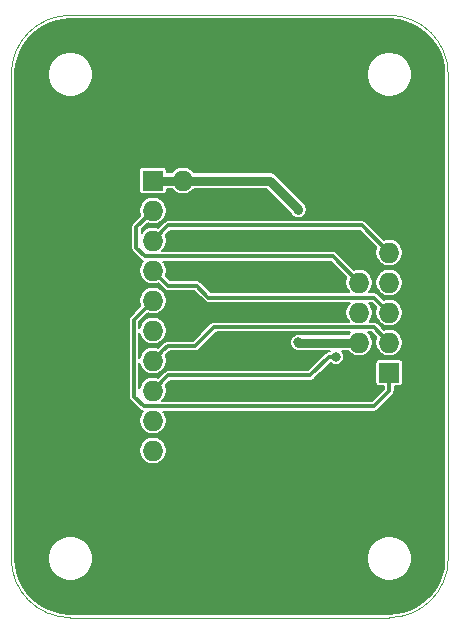
<source format=gbr>
G04 #@! TF.GenerationSoftware,KiCad,Pcbnew,5.1.5-52549c5~84~ubuntu19.10.1*
G04 #@! TF.CreationDate,2020-03-01T16:09:57+02:00*
G04 #@! TF.ProjectId,ARM-JTAG-TC2050-AVR,41524d2d-4a54-4414-972d-544332303530,v1.0*
G04 #@! TF.SameCoordinates,Original*
G04 #@! TF.FileFunction,Copper,L1,Top*
G04 #@! TF.FilePolarity,Positive*
%FSLAX46Y46*%
G04 Gerber Fmt 4.6, Leading zero omitted, Abs format (unit mm)*
G04 Created by KiCad (PCBNEW 5.1.5-52549c5~84~ubuntu19.10.1) date 2020-03-01 16:09:57*
%MOMM*%
%LPD*%
G04 APERTURE LIST*
%ADD10C,0.050000*%
%ADD11O,1.727200X1.727200*%
%ADD12R,1.727200X1.727200*%
%ADD13C,0.800000*%
%ADD14C,0.300000*%
%ADD15C,0.800000*%
%ADD16C,0.200000*%
G04 APERTURE END LIST*
D10*
X82000000Y-50000000D02*
G75*
G02X87000000Y-55000000I0J-5000000D01*
G01*
X87000000Y-96000000D02*
G75*
G02X82000000Y-101000000I-5000000J0D01*
G01*
X55000000Y-101000000D02*
G75*
G02X50000000Y-96000000I0J5000000D01*
G01*
X50000000Y-55000000D02*
G75*
G02X55000000Y-50000000I5000000J0D01*
G01*
X55000000Y-50000000D02*
X82000000Y-50000000D01*
X87000000Y-55000000D02*
X87000000Y-96000000D01*
X55000000Y-101000000D02*
X82000000Y-101000000D01*
X50000000Y-55000000D02*
X50000000Y-96000000D01*
D11*
X79460000Y-70100000D03*
X82000000Y-70100000D03*
X79460000Y-72640000D03*
X82000000Y-72640000D03*
X79460000Y-75180000D03*
X82000000Y-75180000D03*
X79460000Y-77720000D03*
X82000000Y-77720000D03*
X79460000Y-80260000D03*
D12*
X82000000Y-80260000D03*
D11*
X64540000Y-86860000D03*
X62000000Y-86860000D03*
X64540000Y-84320000D03*
X62000000Y-84320000D03*
X64540000Y-81780000D03*
X62000000Y-81780000D03*
X64540000Y-79240000D03*
X62000000Y-79240000D03*
X64540000Y-76700000D03*
X62000000Y-76700000D03*
X64540000Y-74160000D03*
X62000000Y-74160000D03*
X64540000Y-71620000D03*
X62000000Y-71620000D03*
X64540000Y-69080000D03*
X62000000Y-69080000D03*
X64540000Y-66540000D03*
X62000000Y-66540000D03*
X64540000Y-64000000D03*
D12*
X62000000Y-64000000D03*
D13*
X63600000Y-56500000D03*
X72400000Y-72000000D03*
X71900000Y-78300000D03*
X73900000Y-81700000D03*
X72100000Y-85900000D03*
X71700000Y-69000000D03*
X70600000Y-66100000D03*
X81800000Y-61700000D03*
X81400000Y-88600000D03*
X70900000Y-95400000D03*
X55600000Y-89300000D03*
X55800000Y-76600000D03*
X73400000Y-55600000D03*
X52900000Y-60700000D03*
X62800000Y-98900000D03*
X77500000Y-78900000D03*
X74300000Y-77700000D03*
X74300000Y-66500000D03*
D14*
X63280000Y-80500000D02*
X62863599Y-80916401D01*
X75334315Y-80500000D02*
X63280000Y-80500000D01*
X62863599Y-80916401D02*
X62000000Y-81780000D01*
X77500000Y-78900000D02*
X76934315Y-78900000D01*
X76934315Y-78900000D02*
X75334315Y-80500000D01*
X62863599Y-78376401D02*
X62000000Y-79240000D01*
X80680000Y-76400000D02*
X67200000Y-76400000D01*
X67200000Y-76400000D02*
X65600000Y-78000000D01*
X82000000Y-77720000D02*
X80680000Y-76400000D01*
X65600000Y-78000000D02*
X63240000Y-78000000D01*
X63240000Y-78000000D02*
X62863599Y-78376401D01*
X61136401Y-75023599D02*
X62000000Y-74160000D01*
X82000000Y-81800000D02*
X80700000Y-83100000D01*
X61200000Y-83100000D02*
X60400000Y-82300000D01*
X82000000Y-80260000D02*
X82000000Y-81800000D01*
X80700000Y-83100000D02*
X61200000Y-83100000D01*
X60400000Y-75760000D02*
X61136401Y-75023599D01*
X60400000Y-82300000D02*
X60400000Y-75760000D01*
X62863599Y-72483599D02*
X62000000Y-71620000D01*
X80720000Y-73900000D02*
X66700000Y-73900000D01*
X82000000Y-75180000D02*
X80720000Y-73900000D01*
X66700000Y-73900000D02*
X65700000Y-72900000D01*
X63280000Y-72900000D02*
X62863599Y-72483599D01*
X65700000Y-72900000D02*
X63280000Y-72900000D01*
X63280000Y-67800000D02*
X62863599Y-68216401D01*
X62863599Y-68216401D02*
X62000000Y-69080000D01*
X82000000Y-70100000D02*
X79700000Y-67800000D01*
X79700000Y-67800000D02*
X63280000Y-67800000D01*
X60600000Y-67940000D02*
X62000000Y-66540000D01*
X60600000Y-69700000D02*
X60600000Y-67940000D01*
X61300000Y-70400000D02*
X60600000Y-69700000D01*
X79460000Y-72640000D02*
X77220000Y-70400000D01*
X77220000Y-70400000D02*
X61300000Y-70400000D01*
D15*
X62000000Y-64000000D02*
X64540000Y-64000000D01*
X79460000Y-77720000D02*
X74320000Y-77720000D01*
X74320000Y-77720000D02*
X74300000Y-77700000D01*
X71900000Y-64000000D02*
X64540000Y-64000000D01*
X74300000Y-66500000D02*
X74300000Y-66400000D01*
X74300000Y-66400000D02*
X71900000Y-64000000D01*
D16*
G36*
X82827641Y-50400156D02*
G01*
X83629125Y-50619418D01*
X84379110Y-50977142D01*
X85053896Y-51462025D01*
X85632155Y-52058741D01*
X86095602Y-52748425D01*
X86429593Y-53509276D01*
X86624171Y-54319751D01*
X86675000Y-55011914D01*
X86675001Y-95985519D01*
X86599843Y-96827643D01*
X86380582Y-97629125D01*
X86022858Y-98379110D01*
X85537975Y-99053896D01*
X84941259Y-99632155D01*
X84251576Y-100095601D01*
X83490723Y-100429593D01*
X82680249Y-100624171D01*
X81988086Y-100675000D01*
X55014469Y-100675000D01*
X54172357Y-100599843D01*
X53370875Y-100380582D01*
X52620890Y-100022858D01*
X51946104Y-99537975D01*
X51367845Y-98941259D01*
X50904399Y-98251576D01*
X50570407Y-97490723D01*
X50375829Y-96680249D01*
X50325000Y-95988086D01*
X50325000Y-95812866D01*
X53100000Y-95812866D01*
X53100000Y-96187134D01*
X53173016Y-96554209D01*
X53316242Y-96899987D01*
X53524174Y-97211179D01*
X53788821Y-97475826D01*
X54100013Y-97683758D01*
X54445791Y-97826984D01*
X54812866Y-97900000D01*
X55187134Y-97900000D01*
X55554209Y-97826984D01*
X55899987Y-97683758D01*
X56211179Y-97475826D01*
X56475826Y-97211179D01*
X56683758Y-96899987D01*
X56826984Y-96554209D01*
X56900000Y-96187134D01*
X56900000Y-95812866D01*
X80100000Y-95812866D01*
X80100000Y-96187134D01*
X80173016Y-96554209D01*
X80316242Y-96899987D01*
X80524174Y-97211179D01*
X80788821Y-97475826D01*
X81100013Y-97683758D01*
X81445791Y-97826984D01*
X81812866Y-97900000D01*
X82187134Y-97900000D01*
X82554209Y-97826984D01*
X82899987Y-97683758D01*
X83211179Y-97475826D01*
X83475826Y-97211179D01*
X83683758Y-96899987D01*
X83826984Y-96554209D01*
X83900000Y-96187134D01*
X83900000Y-95812866D01*
X83826984Y-95445791D01*
X83683758Y-95100013D01*
X83475826Y-94788821D01*
X83211179Y-94524174D01*
X82899987Y-94316242D01*
X82554209Y-94173016D01*
X82187134Y-94100000D01*
X81812866Y-94100000D01*
X81445791Y-94173016D01*
X81100013Y-94316242D01*
X80788821Y-94524174D01*
X80524174Y-94788821D01*
X80316242Y-95100013D01*
X80173016Y-95445791D01*
X80100000Y-95812866D01*
X56900000Y-95812866D01*
X56826984Y-95445791D01*
X56683758Y-95100013D01*
X56475826Y-94788821D01*
X56211179Y-94524174D01*
X55899987Y-94316242D01*
X55554209Y-94173016D01*
X55187134Y-94100000D01*
X54812866Y-94100000D01*
X54445791Y-94173016D01*
X54100013Y-94316242D01*
X53788821Y-94524174D01*
X53524174Y-94788821D01*
X53316242Y-95100013D01*
X53173016Y-95445791D01*
X53100000Y-95812866D01*
X50325000Y-95812866D01*
X50325000Y-86745395D01*
X60836400Y-86745395D01*
X60836400Y-86974605D01*
X60881117Y-87199410D01*
X60968831Y-87411171D01*
X61096173Y-87601752D01*
X61258248Y-87763827D01*
X61448829Y-87891169D01*
X61660590Y-87978883D01*
X61885395Y-88023600D01*
X62114605Y-88023600D01*
X62339410Y-87978883D01*
X62551171Y-87891169D01*
X62741752Y-87763827D01*
X62903827Y-87601752D01*
X63031169Y-87411171D01*
X63118883Y-87199410D01*
X63163600Y-86974605D01*
X63163600Y-86745395D01*
X63118883Y-86520590D01*
X63031169Y-86308829D01*
X62903827Y-86118248D01*
X62741752Y-85956173D01*
X62551171Y-85828831D01*
X62339410Y-85741117D01*
X62114605Y-85696400D01*
X61885395Y-85696400D01*
X61660590Y-85741117D01*
X61448829Y-85828831D01*
X61258248Y-85956173D01*
X61096173Y-86118248D01*
X60968831Y-86308829D01*
X60881117Y-86520590D01*
X60836400Y-86745395D01*
X50325000Y-86745395D01*
X50325000Y-75760000D01*
X59947824Y-75760000D01*
X59950001Y-75782104D01*
X59950000Y-82277906D01*
X59947824Y-82300000D01*
X59950000Y-82322094D01*
X59950000Y-82322104D01*
X59956511Y-82388214D01*
X59982243Y-82473040D01*
X60024029Y-82551216D01*
X60066172Y-82602567D01*
X60080263Y-82619737D01*
X60097433Y-82633829D01*
X60866176Y-83402572D01*
X60880263Y-83419737D01*
X60897428Y-83433824D01*
X60897432Y-83433828D01*
X60948783Y-83475971D01*
X61026959Y-83517757D01*
X61111785Y-83543489D01*
X61129215Y-83545206D01*
X61096173Y-83578248D01*
X60968831Y-83768829D01*
X60881117Y-83980590D01*
X60836400Y-84205395D01*
X60836400Y-84434605D01*
X60881117Y-84659410D01*
X60968831Y-84871171D01*
X61096173Y-85061752D01*
X61258248Y-85223827D01*
X61448829Y-85351169D01*
X61660590Y-85438883D01*
X61885395Y-85483600D01*
X62114605Y-85483600D01*
X62339410Y-85438883D01*
X62551171Y-85351169D01*
X62741752Y-85223827D01*
X62903827Y-85061752D01*
X63031169Y-84871171D01*
X63118883Y-84659410D01*
X63163600Y-84434605D01*
X63163600Y-84205395D01*
X63118883Y-83980590D01*
X63031169Y-83768829D01*
X62903827Y-83578248D01*
X62875579Y-83550000D01*
X80677906Y-83550000D01*
X80700000Y-83552176D01*
X80722094Y-83550000D01*
X80722105Y-83550000D01*
X80788215Y-83543489D01*
X80873041Y-83517757D01*
X80951216Y-83475971D01*
X81019737Y-83419737D01*
X81033829Y-83402566D01*
X82302572Y-82133824D01*
X82319737Y-82119737D01*
X82333824Y-82102572D01*
X82333828Y-82102568D01*
X82375971Y-82051217D01*
X82417757Y-81973041D01*
X82423824Y-81953040D01*
X82443489Y-81888215D01*
X82450000Y-81822105D01*
X82450000Y-81822094D01*
X82452176Y-81800000D01*
X82450000Y-81777906D01*
X82450000Y-81425051D01*
X82863600Y-81425051D01*
X82922410Y-81419259D01*
X82978960Y-81402104D01*
X83031077Y-81374247D01*
X83076758Y-81336758D01*
X83114247Y-81291077D01*
X83142104Y-81238960D01*
X83159259Y-81182410D01*
X83165051Y-81123600D01*
X83165051Y-79396400D01*
X83159259Y-79337590D01*
X83142104Y-79281040D01*
X83114247Y-79228923D01*
X83076758Y-79183242D01*
X83031077Y-79145753D01*
X82978960Y-79117896D01*
X82922410Y-79100741D01*
X82863600Y-79094949D01*
X81136400Y-79094949D01*
X81077590Y-79100741D01*
X81021040Y-79117896D01*
X80968923Y-79145753D01*
X80923242Y-79183242D01*
X80885753Y-79228923D01*
X80857896Y-79281040D01*
X80840741Y-79337590D01*
X80834949Y-79396400D01*
X80834949Y-81123600D01*
X80840741Y-81182410D01*
X80857896Y-81238960D01*
X80885753Y-81291077D01*
X80923242Y-81336758D01*
X80968923Y-81374247D01*
X81021040Y-81402104D01*
X81077590Y-81419259D01*
X81136400Y-81425051D01*
X81550001Y-81425051D01*
X81550001Y-81613603D01*
X80513605Y-82650000D01*
X62775579Y-82650000D01*
X62903827Y-82521752D01*
X63031169Y-82331171D01*
X63118883Y-82119410D01*
X63163600Y-81894605D01*
X63163600Y-81665395D01*
X63118883Y-81440590D01*
X63076977Y-81339419D01*
X63197427Y-81218969D01*
X63197431Y-81218964D01*
X63466396Y-80950000D01*
X75312221Y-80950000D01*
X75334315Y-80952176D01*
X75356409Y-80950000D01*
X75356420Y-80950000D01*
X75422530Y-80943489D01*
X75507356Y-80917757D01*
X75585531Y-80875971D01*
X75654052Y-80819737D01*
X75668144Y-80802566D01*
X77040380Y-79430330D01*
X77053776Y-79443726D01*
X77168426Y-79520332D01*
X77295818Y-79573099D01*
X77431056Y-79600000D01*
X77568944Y-79600000D01*
X77704182Y-79573099D01*
X77831574Y-79520332D01*
X77946224Y-79443726D01*
X78043726Y-79346224D01*
X78120332Y-79231574D01*
X78173099Y-79104182D01*
X78200000Y-78968944D01*
X78200000Y-78831056D01*
X78173099Y-78695818D01*
X78120332Y-78568426D01*
X78043726Y-78453776D01*
X78009950Y-78420000D01*
X78528275Y-78420000D01*
X78556173Y-78461752D01*
X78718248Y-78623827D01*
X78908829Y-78751169D01*
X79120590Y-78838883D01*
X79345395Y-78883600D01*
X79574605Y-78883600D01*
X79799410Y-78838883D01*
X80011171Y-78751169D01*
X80201752Y-78623827D01*
X80363827Y-78461752D01*
X80491169Y-78271171D01*
X80578883Y-78059410D01*
X80623600Y-77834605D01*
X80623600Y-77605395D01*
X80578883Y-77380590D01*
X80491169Y-77168829D01*
X80363827Y-76978248D01*
X80235579Y-76850000D01*
X80493605Y-76850000D01*
X80923023Y-77279419D01*
X80881117Y-77380590D01*
X80836400Y-77605395D01*
X80836400Y-77834605D01*
X80881117Y-78059410D01*
X80968831Y-78271171D01*
X81096173Y-78461752D01*
X81258248Y-78623827D01*
X81448829Y-78751169D01*
X81660590Y-78838883D01*
X81885395Y-78883600D01*
X82114605Y-78883600D01*
X82339410Y-78838883D01*
X82551171Y-78751169D01*
X82741752Y-78623827D01*
X82903827Y-78461752D01*
X83031169Y-78271171D01*
X83118883Y-78059410D01*
X83163600Y-77834605D01*
X83163600Y-77605395D01*
X83118883Y-77380590D01*
X83031169Y-77168829D01*
X82903827Y-76978248D01*
X82741752Y-76816173D01*
X82551171Y-76688831D01*
X82339410Y-76601117D01*
X82114605Y-76556400D01*
X81885395Y-76556400D01*
X81660590Y-76601117D01*
X81559419Y-76643023D01*
X81013829Y-76097434D01*
X80999737Y-76080263D01*
X80931216Y-76024029D01*
X80853041Y-75982243D01*
X80768215Y-75956511D01*
X80702105Y-75950000D01*
X80702094Y-75950000D01*
X80680000Y-75947824D01*
X80657906Y-75950000D01*
X80335579Y-75950000D01*
X80363827Y-75921752D01*
X80491169Y-75731171D01*
X80578883Y-75519410D01*
X80623600Y-75294605D01*
X80623600Y-75065395D01*
X80578883Y-74840590D01*
X80491169Y-74628829D01*
X80363827Y-74438248D01*
X80275579Y-74350000D01*
X80533605Y-74350000D01*
X80923023Y-74739419D01*
X80881117Y-74840590D01*
X80836400Y-75065395D01*
X80836400Y-75294605D01*
X80881117Y-75519410D01*
X80968831Y-75731171D01*
X81096173Y-75921752D01*
X81258248Y-76083827D01*
X81448829Y-76211169D01*
X81660590Y-76298883D01*
X81885395Y-76343600D01*
X82114605Y-76343600D01*
X82339410Y-76298883D01*
X82551171Y-76211169D01*
X82741752Y-76083827D01*
X82903827Y-75921752D01*
X83031169Y-75731171D01*
X83118883Y-75519410D01*
X83163600Y-75294605D01*
X83163600Y-75065395D01*
X83118883Y-74840590D01*
X83031169Y-74628829D01*
X82903827Y-74438248D01*
X82741752Y-74276173D01*
X82551171Y-74148831D01*
X82339410Y-74061117D01*
X82114605Y-74016400D01*
X81885395Y-74016400D01*
X81660590Y-74061117D01*
X81559419Y-74103023D01*
X81053827Y-73597432D01*
X81039737Y-73580263D01*
X80971216Y-73524029D01*
X80893041Y-73482243D01*
X80808215Y-73456511D01*
X80742105Y-73450000D01*
X80742094Y-73450000D01*
X80720000Y-73447824D01*
X80697906Y-73450000D01*
X80295579Y-73450000D01*
X80363827Y-73381752D01*
X80491169Y-73191171D01*
X80578883Y-72979410D01*
X80623600Y-72754605D01*
X80623600Y-72525395D01*
X80836400Y-72525395D01*
X80836400Y-72754605D01*
X80881117Y-72979410D01*
X80968831Y-73191171D01*
X81096173Y-73381752D01*
X81258248Y-73543827D01*
X81448829Y-73671169D01*
X81660590Y-73758883D01*
X81885395Y-73803600D01*
X82114605Y-73803600D01*
X82339410Y-73758883D01*
X82551171Y-73671169D01*
X82741752Y-73543827D01*
X82903827Y-73381752D01*
X83031169Y-73191171D01*
X83118883Y-72979410D01*
X83163600Y-72754605D01*
X83163600Y-72525395D01*
X83118883Y-72300590D01*
X83031169Y-72088829D01*
X82903827Y-71898248D01*
X82741752Y-71736173D01*
X82551171Y-71608831D01*
X82339410Y-71521117D01*
X82114605Y-71476400D01*
X81885395Y-71476400D01*
X81660590Y-71521117D01*
X81448829Y-71608831D01*
X81258248Y-71736173D01*
X81096173Y-71898248D01*
X80968831Y-72088829D01*
X80881117Y-72300590D01*
X80836400Y-72525395D01*
X80623600Y-72525395D01*
X80578883Y-72300590D01*
X80491169Y-72088829D01*
X80363827Y-71898248D01*
X80201752Y-71736173D01*
X80011171Y-71608831D01*
X79799410Y-71521117D01*
X79574605Y-71476400D01*
X79345395Y-71476400D01*
X79120590Y-71521117D01*
X79019419Y-71563023D01*
X77553827Y-70097432D01*
X77539737Y-70080263D01*
X77471216Y-70024029D01*
X77393041Y-69982243D01*
X77308215Y-69956511D01*
X77242105Y-69950000D01*
X77242094Y-69950000D01*
X77220000Y-69947824D01*
X77197906Y-69950000D01*
X62775579Y-69950000D01*
X62903827Y-69821752D01*
X63031169Y-69631171D01*
X63118883Y-69419410D01*
X63163600Y-69194605D01*
X63163600Y-68965395D01*
X63118883Y-68740590D01*
X63076977Y-68639419D01*
X63197427Y-68518969D01*
X63197431Y-68518964D01*
X63466396Y-68250000D01*
X79513605Y-68250000D01*
X80923023Y-69659419D01*
X80881117Y-69760590D01*
X80836400Y-69985395D01*
X80836400Y-70214605D01*
X80881117Y-70439410D01*
X80968831Y-70651171D01*
X81096173Y-70841752D01*
X81258248Y-71003827D01*
X81448829Y-71131169D01*
X81660590Y-71218883D01*
X81885395Y-71263600D01*
X82114605Y-71263600D01*
X82339410Y-71218883D01*
X82551171Y-71131169D01*
X82741752Y-71003827D01*
X82903827Y-70841752D01*
X83031169Y-70651171D01*
X83118883Y-70439410D01*
X83163600Y-70214605D01*
X83163600Y-69985395D01*
X83118883Y-69760590D01*
X83031169Y-69548829D01*
X82903827Y-69358248D01*
X82741752Y-69196173D01*
X82551171Y-69068831D01*
X82339410Y-68981117D01*
X82114605Y-68936400D01*
X81885395Y-68936400D01*
X81660590Y-68981117D01*
X81559419Y-69023023D01*
X80033829Y-67497434D01*
X80019737Y-67480263D01*
X79951216Y-67424029D01*
X79873041Y-67382243D01*
X79788215Y-67356511D01*
X79722105Y-67350000D01*
X79722094Y-67350000D01*
X79700000Y-67347824D01*
X79677906Y-67350000D01*
X63302094Y-67350000D01*
X63280000Y-67347824D01*
X63257905Y-67350000D01*
X63257895Y-67350000D01*
X63191785Y-67356511D01*
X63106959Y-67382243D01*
X63028783Y-67424029D01*
X62977432Y-67466172D01*
X62977428Y-67466176D01*
X62960263Y-67480263D01*
X62946176Y-67497428D01*
X62561036Y-67882569D01*
X62561031Y-67882573D01*
X62440581Y-68003023D01*
X62339410Y-67961117D01*
X62114605Y-67916400D01*
X61885395Y-67916400D01*
X61660590Y-67961117D01*
X61448829Y-68048831D01*
X61258248Y-68176173D01*
X61096173Y-68338248D01*
X61050000Y-68407351D01*
X61050000Y-68126395D01*
X61559419Y-67616977D01*
X61660590Y-67658883D01*
X61885395Y-67703600D01*
X62114605Y-67703600D01*
X62339410Y-67658883D01*
X62551171Y-67571169D01*
X62741752Y-67443827D01*
X62903827Y-67281752D01*
X63031169Y-67091171D01*
X63118883Y-66879410D01*
X63163600Y-66654605D01*
X63163600Y-66425395D01*
X63118883Y-66200590D01*
X63031169Y-65988829D01*
X62903827Y-65798248D01*
X62741752Y-65636173D01*
X62551171Y-65508831D01*
X62339410Y-65421117D01*
X62114605Y-65376400D01*
X61885395Y-65376400D01*
X61660590Y-65421117D01*
X61448829Y-65508831D01*
X61258248Y-65636173D01*
X61096173Y-65798248D01*
X60968831Y-65988829D01*
X60881117Y-66200590D01*
X60836400Y-66425395D01*
X60836400Y-66654605D01*
X60881117Y-66879410D01*
X60923023Y-66980581D01*
X60297429Y-67606176D01*
X60280264Y-67620263D01*
X60266177Y-67637428D01*
X60266172Y-67637433D01*
X60224029Y-67688784D01*
X60182243Y-67766960D01*
X60156512Y-67851785D01*
X60147824Y-67940000D01*
X60150001Y-67962104D01*
X60150000Y-69677905D01*
X60147824Y-69700000D01*
X60150000Y-69722094D01*
X60150000Y-69722104D01*
X60156511Y-69788214D01*
X60166685Y-69821752D01*
X60182243Y-69873040D01*
X60224029Y-69951216D01*
X60266172Y-70002567D01*
X60280263Y-70019737D01*
X60297433Y-70033828D01*
X60966176Y-70702572D01*
X60980263Y-70719737D01*
X60997428Y-70733824D01*
X60997432Y-70733828D01*
X61048782Y-70775971D01*
X61089175Y-70797561D01*
X61126959Y-70817757D01*
X61149750Y-70824671D01*
X61096173Y-70878248D01*
X60968831Y-71068829D01*
X60881117Y-71280590D01*
X60836400Y-71505395D01*
X60836400Y-71734605D01*
X60881117Y-71959410D01*
X60968831Y-72171171D01*
X61096173Y-72361752D01*
X61258248Y-72523827D01*
X61448829Y-72651169D01*
X61660590Y-72738883D01*
X61885395Y-72783600D01*
X62114605Y-72783600D01*
X62339410Y-72738883D01*
X62440581Y-72696977D01*
X62561031Y-72817427D01*
X62561036Y-72817431D01*
X62946176Y-73202572D01*
X62960263Y-73219737D01*
X62977428Y-73233824D01*
X62977432Y-73233828D01*
X63028783Y-73275971D01*
X63106959Y-73317757D01*
X63191785Y-73343489D01*
X63257895Y-73350000D01*
X63257905Y-73350000D01*
X63280000Y-73352176D01*
X63302094Y-73350000D01*
X65513605Y-73350000D01*
X66366176Y-74202572D01*
X66380263Y-74219737D01*
X66397428Y-74233824D01*
X66397432Y-74233828D01*
X66448783Y-74275971D01*
X66526959Y-74317757D01*
X66611785Y-74343489D01*
X66677895Y-74350000D01*
X66677906Y-74350000D01*
X66700000Y-74352176D01*
X66722094Y-74350000D01*
X78644421Y-74350000D01*
X78556173Y-74438248D01*
X78428831Y-74628829D01*
X78341117Y-74840590D01*
X78296400Y-75065395D01*
X78296400Y-75294605D01*
X78341117Y-75519410D01*
X78428831Y-75731171D01*
X78556173Y-75921752D01*
X78584421Y-75950000D01*
X67222094Y-75950000D01*
X67200000Y-75947824D01*
X67177906Y-75950000D01*
X67177895Y-75950000D01*
X67111785Y-75956511D01*
X67026959Y-75982243D01*
X66948783Y-76024029D01*
X66897432Y-76066172D01*
X66897428Y-76066176D01*
X66880263Y-76080263D01*
X66866176Y-76097428D01*
X65413605Y-77550000D01*
X63262091Y-77550000D01*
X63239999Y-77547824D01*
X63217907Y-77550000D01*
X63217895Y-77550000D01*
X63151785Y-77556511D01*
X63066959Y-77582243D01*
X63016014Y-77609474D01*
X62988783Y-77624029D01*
X62937432Y-77666172D01*
X62937428Y-77666176D01*
X62920263Y-77680263D01*
X62906176Y-77697429D01*
X62561036Y-78042569D01*
X62561031Y-78042573D01*
X62440581Y-78163023D01*
X62339410Y-78121117D01*
X62114605Y-78076400D01*
X61885395Y-78076400D01*
X61660590Y-78121117D01*
X61448829Y-78208831D01*
X61258248Y-78336173D01*
X61096173Y-78498248D01*
X60968831Y-78688829D01*
X60881117Y-78900590D01*
X60850000Y-79057024D01*
X60850000Y-76882976D01*
X60881117Y-77039410D01*
X60968831Y-77251171D01*
X61096173Y-77441752D01*
X61258248Y-77603827D01*
X61448829Y-77731169D01*
X61660590Y-77818883D01*
X61885395Y-77863600D01*
X62114605Y-77863600D01*
X62339410Y-77818883D01*
X62551171Y-77731169D01*
X62741752Y-77603827D01*
X62903827Y-77441752D01*
X63031169Y-77251171D01*
X63118883Y-77039410D01*
X63163600Y-76814605D01*
X63163600Y-76585395D01*
X63118883Y-76360590D01*
X63031169Y-76148829D01*
X62903827Y-75958248D01*
X62741752Y-75796173D01*
X62551171Y-75668831D01*
X62339410Y-75581117D01*
X62114605Y-75536400D01*
X61885395Y-75536400D01*
X61660590Y-75581117D01*
X61448829Y-75668831D01*
X61258248Y-75796173D01*
X61096173Y-75958248D01*
X60968831Y-76148829D01*
X60881117Y-76360590D01*
X60850000Y-76517024D01*
X60850000Y-75946395D01*
X61470229Y-75326167D01*
X61470233Y-75326162D01*
X61559419Y-75236977D01*
X61660590Y-75278883D01*
X61885395Y-75323600D01*
X62114605Y-75323600D01*
X62339410Y-75278883D01*
X62551171Y-75191169D01*
X62741752Y-75063827D01*
X62903827Y-74901752D01*
X63031169Y-74711171D01*
X63118883Y-74499410D01*
X63163600Y-74274605D01*
X63163600Y-74045395D01*
X63118883Y-73820590D01*
X63031169Y-73608829D01*
X62903827Y-73418248D01*
X62741752Y-73256173D01*
X62551171Y-73128831D01*
X62339410Y-73041117D01*
X62114605Y-72996400D01*
X61885395Y-72996400D01*
X61660590Y-73041117D01*
X61448829Y-73128831D01*
X61258248Y-73256173D01*
X61096173Y-73418248D01*
X60968831Y-73608829D01*
X60881117Y-73820590D01*
X60836400Y-74045395D01*
X60836400Y-74274605D01*
X60881117Y-74499410D01*
X60923023Y-74600581D01*
X60833838Y-74689767D01*
X60833833Y-74689771D01*
X60097429Y-75426176D01*
X60080264Y-75440263D01*
X60066177Y-75457428D01*
X60066172Y-75457433D01*
X60024029Y-75508784D01*
X59982243Y-75586960D01*
X59956512Y-75671785D01*
X59947824Y-75760000D01*
X50325000Y-75760000D01*
X50325000Y-63136400D01*
X60834949Y-63136400D01*
X60834949Y-64863600D01*
X60840741Y-64922410D01*
X60857896Y-64978960D01*
X60885753Y-65031077D01*
X60923242Y-65076758D01*
X60968923Y-65114247D01*
X61021040Y-65142104D01*
X61077590Y-65159259D01*
X61136400Y-65165051D01*
X62863600Y-65165051D01*
X62922410Y-65159259D01*
X62978960Y-65142104D01*
X63031077Y-65114247D01*
X63076758Y-65076758D01*
X63114247Y-65031077D01*
X63142104Y-64978960D01*
X63159259Y-64922410D01*
X63165051Y-64863600D01*
X63165051Y-64700000D01*
X63608275Y-64700000D01*
X63636173Y-64741752D01*
X63798248Y-64903827D01*
X63988829Y-65031169D01*
X64200590Y-65118883D01*
X64425395Y-65163600D01*
X64654605Y-65163600D01*
X64879410Y-65118883D01*
X65091171Y-65031169D01*
X65281752Y-64903827D01*
X65443827Y-64741752D01*
X65471725Y-64700000D01*
X71610051Y-64700000D01*
X73635859Y-66725809D01*
X73640123Y-66736103D01*
X73650155Y-66769174D01*
X73666445Y-66799650D01*
X73679668Y-66831574D01*
X73698867Y-66860308D01*
X73715155Y-66890780D01*
X73737072Y-66917487D01*
X73756274Y-66946224D01*
X73780713Y-66970663D01*
X73802630Y-66997369D01*
X73829337Y-67019287D01*
X73853776Y-67043726D01*
X73882510Y-67062925D01*
X73909219Y-67084845D01*
X73939696Y-67101135D01*
X73968426Y-67120332D01*
X74000346Y-67133554D01*
X74030825Y-67149845D01*
X74063900Y-67159878D01*
X74095818Y-67173099D01*
X74129702Y-67179839D01*
X74162776Y-67189872D01*
X74197169Y-67193259D01*
X74231056Y-67200000D01*
X74265610Y-67200000D01*
X74300000Y-67203387D01*
X74334390Y-67200000D01*
X74368944Y-67200000D01*
X74402832Y-67193259D01*
X74437223Y-67189872D01*
X74470295Y-67179840D01*
X74504182Y-67173099D01*
X74536103Y-67159877D01*
X74569174Y-67149845D01*
X74599650Y-67133555D01*
X74631574Y-67120332D01*
X74660308Y-67101133D01*
X74690780Y-67084845D01*
X74717487Y-67062928D01*
X74746224Y-67043726D01*
X74770663Y-67019287D01*
X74797369Y-66997370D01*
X74819287Y-66970663D01*
X74843726Y-66946224D01*
X74862925Y-66917490D01*
X74884845Y-66890781D01*
X74901135Y-66860304D01*
X74920332Y-66831574D01*
X74933554Y-66799654D01*
X74949845Y-66769175D01*
X74959878Y-66736100D01*
X74973099Y-66704182D01*
X74979839Y-66670298D01*
X74989872Y-66637224D01*
X74993259Y-66602831D01*
X75000000Y-66568944D01*
X75000000Y-66434390D01*
X75003387Y-66400000D01*
X74989872Y-66262776D01*
X74949845Y-66130825D01*
X74884845Y-66009219D01*
X74819292Y-65929342D01*
X74819290Y-65929340D01*
X74797370Y-65902630D01*
X74770659Y-65880709D01*
X72419296Y-63529347D01*
X72397370Y-63502630D01*
X72290781Y-63415155D01*
X72169175Y-63350155D01*
X72037224Y-63310128D01*
X71934390Y-63300000D01*
X71934387Y-63300000D01*
X71900000Y-63296613D01*
X71865613Y-63300000D01*
X65471725Y-63300000D01*
X65443827Y-63258248D01*
X65281752Y-63096173D01*
X65091171Y-62968831D01*
X64879410Y-62881117D01*
X64654605Y-62836400D01*
X64425395Y-62836400D01*
X64200590Y-62881117D01*
X63988829Y-62968831D01*
X63798248Y-63096173D01*
X63636173Y-63258248D01*
X63608275Y-63300000D01*
X63165051Y-63300000D01*
X63165051Y-63136400D01*
X63159259Y-63077590D01*
X63142104Y-63021040D01*
X63114247Y-62968923D01*
X63076758Y-62923242D01*
X63031077Y-62885753D01*
X62978960Y-62857896D01*
X62922410Y-62840741D01*
X62863600Y-62834949D01*
X61136400Y-62834949D01*
X61077590Y-62840741D01*
X61021040Y-62857896D01*
X60968923Y-62885753D01*
X60923242Y-62923242D01*
X60885753Y-62968923D01*
X60857896Y-63021040D01*
X60840741Y-63077590D01*
X60834949Y-63136400D01*
X50325000Y-63136400D01*
X50325000Y-55014470D01*
X50342992Y-54812866D01*
X53100000Y-54812866D01*
X53100000Y-55187134D01*
X53173016Y-55554209D01*
X53316242Y-55899987D01*
X53524174Y-56211179D01*
X53788821Y-56475826D01*
X54100013Y-56683758D01*
X54445791Y-56826984D01*
X54812866Y-56900000D01*
X55187134Y-56900000D01*
X55554209Y-56826984D01*
X55899987Y-56683758D01*
X56211179Y-56475826D01*
X56475826Y-56211179D01*
X56683758Y-55899987D01*
X56826984Y-55554209D01*
X56900000Y-55187134D01*
X56900000Y-54812866D01*
X80100000Y-54812866D01*
X80100000Y-55187134D01*
X80173016Y-55554209D01*
X80316242Y-55899987D01*
X80524174Y-56211179D01*
X80788821Y-56475826D01*
X81100013Y-56683758D01*
X81445791Y-56826984D01*
X81812866Y-56900000D01*
X82187134Y-56900000D01*
X82554209Y-56826984D01*
X82899987Y-56683758D01*
X83211179Y-56475826D01*
X83475826Y-56211179D01*
X83683758Y-55899987D01*
X83826984Y-55554209D01*
X83900000Y-55187134D01*
X83900000Y-54812866D01*
X83826984Y-54445791D01*
X83683758Y-54100013D01*
X83475826Y-53788821D01*
X83211179Y-53524174D01*
X82899987Y-53316242D01*
X82554209Y-53173016D01*
X82187134Y-53100000D01*
X81812866Y-53100000D01*
X81445791Y-53173016D01*
X81100013Y-53316242D01*
X80788821Y-53524174D01*
X80524174Y-53788821D01*
X80316242Y-54100013D01*
X80173016Y-54445791D01*
X80100000Y-54812866D01*
X56900000Y-54812866D01*
X56826984Y-54445791D01*
X56683758Y-54100013D01*
X56475826Y-53788821D01*
X56211179Y-53524174D01*
X55899987Y-53316242D01*
X55554209Y-53173016D01*
X55187134Y-53100000D01*
X54812866Y-53100000D01*
X54445791Y-53173016D01*
X54100013Y-53316242D01*
X53788821Y-53524174D01*
X53524174Y-53788821D01*
X53316242Y-54100013D01*
X53173016Y-54445791D01*
X53100000Y-54812866D01*
X50342992Y-54812866D01*
X50400156Y-54172359D01*
X50619418Y-53370875D01*
X50977142Y-52620890D01*
X51462025Y-51946104D01*
X52058741Y-51367845D01*
X52748425Y-50904398D01*
X53509276Y-50570407D01*
X54319751Y-50375829D01*
X55011914Y-50325000D01*
X81985530Y-50325000D01*
X82827641Y-50400156D01*
G37*
X82827641Y-50400156D02*
X83629125Y-50619418D01*
X84379110Y-50977142D01*
X85053896Y-51462025D01*
X85632155Y-52058741D01*
X86095602Y-52748425D01*
X86429593Y-53509276D01*
X86624171Y-54319751D01*
X86675000Y-55011914D01*
X86675001Y-95985519D01*
X86599843Y-96827643D01*
X86380582Y-97629125D01*
X86022858Y-98379110D01*
X85537975Y-99053896D01*
X84941259Y-99632155D01*
X84251576Y-100095601D01*
X83490723Y-100429593D01*
X82680249Y-100624171D01*
X81988086Y-100675000D01*
X55014469Y-100675000D01*
X54172357Y-100599843D01*
X53370875Y-100380582D01*
X52620890Y-100022858D01*
X51946104Y-99537975D01*
X51367845Y-98941259D01*
X50904399Y-98251576D01*
X50570407Y-97490723D01*
X50375829Y-96680249D01*
X50325000Y-95988086D01*
X50325000Y-95812866D01*
X53100000Y-95812866D01*
X53100000Y-96187134D01*
X53173016Y-96554209D01*
X53316242Y-96899987D01*
X53524174Y-97211179D01*
X53788821Y-97475826D01*
X54100013Y-97683758D01*
X54445791Y-97826984D01*
X54812866Y-97900000D01*
X55187134Y-97900000D01*
X55554209Y-97826984D01*
X55899987Y-97683758D01*
X56211179Y-97475826D01*
X56475826Y-97211179D01*
X56683758Y-96899987D01*
X56826984Y-96554209D01*
X56900000Y-96187134D01*
X56900000Y-95812866D01*
X80100000Y-95812866D01*
X80100000Y-96187134D01*
X80173016Y-96554209D01*
X80316242Y-96899987D01*
X80524174Y-97211179D01*
X80788821Y-97475826D01*
X81100013Y-97683758D01*
X81445791Y-97826984D01*
X81812866Y-97900000D01*
X82187134Y-97900000D01*
X82554209Y-97826984D01*
X82899987Y-97683758D01*
X83211179Y-97475826D01*
X83475826Y-97211179D01*
X83683758Y-96899987D01*
X83826984Y-96554209D01*
X83900000Y-96187134D01*
X83900000Y-95812866D01*
X83826984Y-95445791D01*
X83683758Y-95100013D01*
X83475826Y-94788821D01*
X83211179Y-94524174D01*
X82899987Y-94316242D01*
X82554209Y-94173016D01*
X82187134Y-94100000D01*
X81812866Y-94100000D01*
X81445791Y-94173016D01*
X81100013Y-94316242D01*
X80788821Y-94524174D01*
X80524174Y-94788821D01*
X80316242Y-95100013D01*
X80173016Y-95445791D01*
X80100000Y-95812866D01*
X56900000Y-95812866D01*
X56826984Y-95445791D01*
X56683758Y-95100013D01*
X56475826Y-94788821D01*
X56211179Y-94524174D01*
X55899987Y-94316242D01*
X55554209Y-94173016D01*
X55187134Y-94100000D01*
X54812866Y-94100000D01*
X54445791Y-94173016D01*
X54100013Y-94316242D01*
X53788821Y-94524174D01*
X53524174Y-94788821D01*
X53316242Y-95100013D01*
X53173016Y-95445791D01*
X53100000Y-95812866D01*
X50325000Y-95812866D01*
X50325000Y-86745395D01*
X60836400Y-86745395D01*
X60836400Y-86974605D01*
X60881117Y-87199410D01*
X60968831Y-87411171D01*
X61096173Y-87601752D01*
X61258248Y-87763827D01*
X61448829Y-87891169D01*
X61660590Y-87978883D01*
X61885395Y-88023600D01*
X62114605Y-88023600D01*
X62339410Y-87978883D01*
X62551171Y-87891169D01*
X62741752Y-87763827D01*
X62903827Y-87601752D01*
X63031169Y-87411171D01*
X63118883Y-87199410D01*
X63163600Y-86974605D01*
X63163600Y-86745395D01*
X63118883Y-86520590D01*
X63031169Y-86308829D01*
X62903827Y-86118248D01*
X62741752Y-85956173D01*
X62551171Y-85828831D01*
X62339410Y-85741117D01*
X62114605Y-85696400D01*
X61885395Y-85696400D01*
X61660590Y-85741117D01*
X61448829Y-85828831D01*
X61258248Y-85956173D01*
X61096173Y-86118248D01*
X60968831Y-86308829D01*
X60881117Y-86520590D01*
X60836400Y-86745395D01*
X50325000Y-86745395D01*
X50325000Y-75760000D01*
X59947824Y-75760000D01*
X59950001Y-75782104D01*
X59950000Y-82277906D01*
X59947824Y-82300000D01*
X59950000Y-82322094D01*
X59950000Y-82322104D01*
X59956511Y-82388214D01*
X59982243Y-82473040D01*
X60024029Y-82551216D01*
X60066172Y-82602567D01*
X60080263Y-82619737D01*
X60097433Y-82633829D01*
X60866176Y-83402572D01*
X60880263Y-83419737D01*
X60897428Y-83433824D01*
X60897432Y-83433828D01*
X60948783Y-83475971D01*
X61026959Y-83517757D01*
X61111785Y-83543489D01*
X61129215Y-83545206D01*
X61096173Y-83578248D01*
X60968831Y-83768829D01*
X60881117Y-83980590D01*
X60836400Y-84205395D01*
X60836400Y-84434605D01*
X60881117Y-84659410D01*
X60968831Y-84871171D01*
X61096173Y-85061752D01*
X61258248Y-85223827D01*
X61448829Y-85351169D01*
X61660590Y-85438883D01*
X61885395Y-85483600D01*
X62114605Y-85483600D01*
X62339410Y-85438883D01*
X62551171Y-85351169D01*
X62741752Y-85223827D01*
X62903827Y-85061752D01*
X63031169Y-84871171D01*
X63118883Y-84659410D01*
X63163600Y-84434605D01*
X63163600Y-84205395D01*
X63118883Y-83980590D01*
X63031169Y-83768829D01*
X62903827Y-83578248D01*
X62875579Y-83550000D01*
X80677906Y-83550000D01*
X80700000Y-83552176D01*
X80722094Y-83550000D01*
X80722105Y-83550000D01*
X80788215Y-83543489D01*
X80873041Y-83517757D01*
X80951216Y-83475971D01*
X81019737Y-83419737D01*
X81033829Y-83402566D01*
X82302572Y-82133824D01*
X82319737Y-82119737D01*
X82333824Y-82102572D01*
X82333828Y-82102568D01*
X82375971Y-82051217D01*
X82417757Y-81973041D01*
X82423824Y-81953040D01*
X82443489Y-81888215D01*
X82450000Y-81822105D01*
X82450000Y-81822094D01*
X82452176Y-81800000D01*
X82450000Y-81777906D01*
X82450000Y-81425051D01*
X82863600Y-81425051D01*
X82922410Y-81419259D01*
X82978960Y-81402104D01*
X83031077Y-81374247D01*
X83076758Y-81336758D01*
X83114247Y-81291077D01*
X83142104Y-81238960D01*
X83159259Y-81182410D01*
X83165051Y-81123600D01*
X83165051Y-79396400D01*
X83159259Y-79337590D01*
X83142104Y-79281040D01*
X83114247Y-79228923D01*
X83076758Y-79183242D01*
X83031077Y-79145753D01*
X82978960Y-79117896D01*
X82922410Y-79100741D01*
X82863600Y-79094949D01*
X81136400Y-79094949D01*
X81077590Y-79100741D01*
X81021040Y-79117896D01*
X80968923Y-79145753D01*
X80923242Y-79183242D01*
X80885753Y-79228923D01*
X80857896Y-79281040D01*
X80840741Y-79337590D01*
X80834949Y-79396400D01*
X80834949Y-81123600D01*
X80840741Y-81182410D01*
X80857896Y-81238960D01*
X80885753Y-81291077D01*
X80923242Y-81336758D01*
X80968923Y-81374247D01*
X81021040Y-81402104D01*
X81077590Y-81419259D01*
X81136400Y-81425051D01*
X81550001Y-81425051D01*
X81550001Y-81613603D01*
X80513605Y-82650000D01*
X62775579Y-82650000D01*
X62903827Y-82521752D01*
X63031169Y-82331171D01*
X63118883Y-82119410D01*
X63163600Y-81894605D01*
X63163600Y-81665395D01*
X63118883Y-81440590D01*
X63076977Y-81339419D01*
X63197427Y-81218969D01*
X63197431Y-81218964D01*
X63466396Y-80950000D01*
X75312221Y-80950000D01*
X75334315Y-80952176D01*
X75356409Y-80950000D01*
X75356420Y-80950000D01*
X75422530Y-80943489D01*
X75507356Y-80917757D01*
X75585531Y-80875971D01*
X75654052Y-80819737D01*
X75668144Y-80802566D01*
X77040380Y-79430330D01*
X77053776Y-79443726D01*
X77168426Y-79520332D01*
X77295818Y-79573099D01*
X77431056Y-79600000D01*
X77568944Y-79600000D01*
X77704182Y-79573099D01*
X77831574Y-79520332D01*
X77946224Y-79443726D01*
X78043726Y-79346224D01*
X78120332Y-79231574D01*
X78173099Y-79104182D01*
X78200000Y-78968944D01*
X78200000Y-78831056D01*
X78173099Y-78695818D01*
X78120332Y-78568426D01*
X78043726Y-78453776D01*
X78009950Y-78420000D01*
X78528275Y-78420000D01*
X78556173Y-78461752D01*
X78718248Y-78623827D01*
X78908829Y-78751169D01*
X79120590Y-78838883D01*
X79345395Y-78883600D01*
X79574605Y-78883600D01*
X79799410Y-78838883D01*
X80011171Y-78751169D01*
X80201752Y-78623827D01*
X80363827Y-78461752D01*
X80491169Y-78271171D01*
X80578883Y-78059410D01*
X80623600Y-77834605D01*
X80623600Y-77605395D01*
X80578883Y-77380590D01*
X80491169Y-77168829D01*
X80363827Y-76978248D01*
X80235579Y-76850000D01*
X80493605Y-76850000D01*
X80923023Y-77279419D01*
X80881117Y-77380590D01*
X80836400Y-77605395D01*
X80836400Y-77834605D01*
X80881117Y-78059410D01*
X80968831Y-78271171D01*
X81096173Y-78461752D01*
X81258248Y-78623827D01*
X81448829Y-78751169D01*
X81660590Y-78838883D01*
X81885395Y-78883600D01*
X82114605Y-78883600D01*
X82339410Y-78838883D01*
X82551171Y-78751169D01*
X82741752Y-78623827D01*
X82903827Y-78461752D01*
X83031169Y-78271171D01*
X83118883Y-78059410D01*
X83163600Y-77834605D01*
X83163600Y-77605395D01*
X83118883Y-77380590D01*
X83031169Y-77168829D01*
X82903827Y-76978248D01*
X82741752Y-76816173D01*
X82551171Y-76688831D01*
X82339410Y-76601117D01*
X82114605Y-76556400D01*
X81885395Y-76556400D01*
X81660590Y-76601117D01*
X81559419Y-76643023D01*
X81013829Y-76097434D01*
X80999737Y-76080263D01*
X80931216Y-76024029D01*
X80853041Y-75982243D01*
X80768215Y-75956511D01*
X80702105Y-75950000D01*
X80702094Y-75950000D01*
X80680000Y-75947824D01*
X80657906Y-75950000D01*
X80335579Y-75950000D01*
X80363827Y-75921752D01*
X80491169Y-75731171D01*
X80578883Y-75519410D01*
X80623600Y-75294605D01*
X80623600Y-75065395D01*
X80578883Y-74840590D01*
X80491169Y-74628829D01*
X80363827Y-74438248D01*
X80275579Y-74350000D01*
X80533605Y-74350000D01*
X80923023Y-74739419D01*
X80881117Y-74840590D01*
X80836400Y-75065395D01*
X80836400Y-75294605D01*
X80881117Y-75519410D01*
X80968831Y-75731171D01*
X81096173Y-75921752D01*
X81258248Y-76083827D01*
X81448829Y-76211169D01*
X81660590Y-76298883D01*
X81885395Y-76343600D01*
X82114605Y-76343600D01*
X82339410Y-76298883D01*
X82551171Y-76211169D01*
X82741752Y-76083827D01*
X82903827Y-75921752D01*
X83031169Y-75731171D01*
X83118883Y-75519410D01*
X83163600Y-75294605D01*
X83163600Y-75065395D01*
X83118883Y-74840590D01*
X83031169Y-74628829D01*
X82903827Y-74438248D01*
X82741752Y-74276173D01*
X82551171Y-74148831D01*
X82339410Y-74061117D01*
X82114605Y-74016400D01*
X81885395Y-74016400D01*
X81660590Y-74061117D01*
X81559419Y-74103023D01*
X81053827Y-73597432D01*
X81039737Y-73580263D01*
X80971216Y-73524029D01*
X80893041Y-73482243D01*
X80808215Y-73456511D01*
X80742105Y-73450000D01*
X80742094Y-73450000D01*
X80720000Y-73447824D01*
X80697906Y-73450000D01*
X80295579Y-73450000D01*
X80363827Y-73381752D01*
X80491169Y-73191171D01*
X80578883Y-72979410D01*
X80623600Y-72754605D01*
X80623600Y-72525395D01*
X80836400Y-72525395D01*
X80836400Y-72754605D01*
X80881117Y-72979410D01*
X80968831Y-73191171D01*
X81096173Y-73381752D01*
X81258248Y-73543827D01*
X81448829Y-73671169D01*
X81660590Y-73758883D01*
X81885395Y-73803600D01*
X82114605Y-73803600D01*
X82339410Y-73758883D01*
X82551171Y-73671169D01*
X82741752Y-73543827D01*
X82903827Y-73381752D01*
X83031169Y-73191171D01*
X83118883Y-72979410D01*
X83163600Y-72754605D01*
X83163600Y-72525395D01*
X83118883Y-72300590D01*
X83031169Y-72088829D01*
X82903827Y-71898248D01*
X82741752Y-71736173D01*
X82551171Y-71608831D01*
X82339410Y-71521117D01*
X82114605Y-71476400D01*
X81885395Y-71476400D01*
X81660590Y-71521117D01*
X81448829Y-71608831D01*
X81258248Y-71736173D01*
X81096173Y-71898248D01*
X80968831Y-72088829D01*
X80881117Y-72300590D01*
X80836400Y-72525395D01*
X80623600Y-72525395D01*
X80578883Y-72300590D01*
X80491169Y-72088829D01*
X80363827Y-71898248D01*
X80201752Y-71736173D01*
X80011171Y-71608831D01*
X79799410Y-71521117D01*
X79574605Y-71476400D01*
X79345395Y-71476400D01*
X79120590Y-71521117D01*
X79019419Y-71563023D01*
X77553827Y-70097432D01*
X77539737Y-70080263D01*
X77471216Y-70024029D01*
X77393041Y-69982243D01*
X77308215Y-69956511D01*
X77242105Y-69950000D01*
X77242094Y-69950000D01*
X77220000Y-69947824D01*
X77197906Y-69950000D01*
X62775579Y-69950000D01*
X62903827Y-69821752D01*
X63031169Y-69631171D01*
X63118883Y-69419410D01*
X63163600Y-69194605D01*
X63163600Y-68965395D01*
X63118883Y-68740590D01*
X63076977Y-68639419D01*
X63197427Y-68518969D01*
X63197431Y-68518964D01*
X63466396Y-68250000D01*
X79513605Y-68250000D01*
X80923023Y-69659419D01*
X80881117Y-69760590D01*
X80836400Y-69985395D01*
X80836400Y-70214605D01*
X80881117Y-70439410D01*
X80968831Y-70651171D01*
X81096173Y-70841752D01*
X81258248Y-71003827D01*
X81448829Y-71131169D01*
X81660590Y-71218883D01*
X81885395Y-71263600D01*
X82114605Y-71263600D01*
X82339410Y-71218883D01*
X82551171Y-71131169D01*
X82741752Y-71003827D01*
X82903827Y-70841752D01*
X83031169Y-70651171D01*
X83118883Y-70439410D01*
X83163600Y-70214605D01*
X83163600Y-69985395D01*
X83118883Y-69760590D01*
X83031169Y-69548829D01*
X82903827Y-69358248D01*
X82741752Y-69196173D01*
X82551171Y-69068831D01*
X82339410Y-68981117D01*
X82114605Y-68936400D01*
X81885395Y-68936400D01*
X81660590Y-68981117D01*
X81559419Y-69023023D01*
X80033829Y-67497434D01*
X80019737Y-67480263D01*
X79951216Y-67424029D01*
X79873041Y-67382243D01*
X79788215Y-67356511D01*
X79722105Y-67350000D01*
X79722094Y-67350000D01*
X79700000Y-67347824D01*
X79677906Y-67350000D01*
X63302094Y-67350000D01*
X63280000Y-67347824D01*
X63257905Y-67350000D01*
X63257895Y-67350000D01*
X63191785Y-67356511D01*
X63106959Y-67382243D01*
X63028783Y-67424029D01*
X62977432Y-67466172D01*
X62977428Y-67466176D01*
X62960263Y-67480263D01*
X62946176Y-67497428D01*
X62561036Y-67882569D01*
X62561031Y-67882573D01*
X62440581Y-68003023D01*
X62339410Y-67961117D01*
X62114605Y-67916400D01*
X61885395Y-67916400D01*
X61660590Y-67961117D01*
X61448829Y-68048831D01*
X61258248Y-68176173D01*
X61096173Y-68338248D01*
X61050000Y-68407351D01*
X61050000Y-68126395D01*
X61559419Y-67616977D01*
X61660590Y-67658883D01*
X61885395Y-67703600D01*
X62114605Y-67703600D01*
X62339410Y-67658883D01*
X62551171Y-67571169D01*
X62741752Y-67443827D01*
X62903827Y-67281752D01*
X63031169Y-67091171D01*
X63118883Y-66879410D01*
X63163600Y-66654605D01*
X63163600Y-66425395D01*
X63118883Y-66200590D01*
X63031169Y-65988829D01*
X62903827Y-65798248D01*
X62741752Y-65636173D01*
X62551171Y-65508831D01*
X62339410Y-65421117D01*
X62114605Y-65376400D01*
X61885395Y-65376400D01*
X61660590Y-65421117D01*
X61448829Y-65508831D01*
X61258248Y-65636173D01*
X61096173Y-65798248D01*
X60968831Y-65988829D01*
X60881117Y-66200590D01*
X60836400Y-66425395D01*
X60836400Y-66654605D01*
X60881117Y-66879410D01*
X60923023Y-66980581D01*
X60297429Y-67606176D01*
X60280264Y-67620263D01*
X60266177Y-67637428D01*
X60266172Y-67637433D01*
X60224029Y-67688784D01*
X60182243Y-67766960D01*
X60156512Y-67851785D01*
X60147824Y-67940000D01*
X60150001Y-67962104D01*
X60150000Y-69677905D01*
X60147824Y-69700000D01*
X60150000Y-69722094D01*
X60150000Y-69722104D01*
X60156511Y-69788214D01*
X60166685Y-69821752D01*
X60182243Y-69873040D01*
X60224029Y-69951216D01*
X60266172Y-70002567D01*
X60280263Y-70019737D01*
X60297433Y-70033828D01*
X60966176Y-70702572D01*
X60980263Y-70719737D01*
X60997428Y-70733824D01*
X60997432Y-70733828D01*
X61048782Y-70775971D01*
X61089175Y-70797561D01*
X61126959Y-70817757D01*
X61149750Y-70824671D01*
X61096173Y-70878248D01*
X60968831Y-71068829D01*
X60881117Y-71280590D01*
X60836400Y-71505395D01*
X60836400Y-71734605D01*
X60881117Y-71959410D01*
X60968831Y-72171171D01*
X61096173Y-72361752D01*
X61258248Y-72523827D01*
X61448829Y-72651169D01*
X61660590Y-72738883D01*
X61885395Y-72783600D01*
X62114605Y-72783600D01*
X62339410Y-72738883D01*
X62440581Y-72696977D01*
X62561031Y-72817427D01*
X62561036Y-72817431D01*
X62946176Y-73202572D01*
X62960263Y-73219737D01*
X62977428Y-73233824D01*
X62977432Y-73233828D01*
X63028783Y-73275971D01*
X63106959Y-73317757D01*
X63191785Y-73343489D01*
X63257895Y-73350000D01*
X63257905Y-73350000D01*
X63280000Y-73352176D01*
X63302094Y-73350000D01*
X65513605Y-73350000D01*
X66366176Y-74202572D01*
X66380263Y-74219737D01*
X66397428Y-74233824D01*
X66397432Y-74233828D01*
X66448783Y-74275971D01*
X66526959Y-74317757D01*
X66611785Y-74343489D01*
X66677895Y-74350000D01*
X66677906Y-74350000D01*
X66700000Y-74352176D01*
X66722094Y-74350000D01*
X78644421Y-74350000D01*
X78556173Y-74438248D01*
X78428831Y-74628829D01*
X78341117Y-74840590D01*
X78296400Y-75065395D01*
X78296400Y-75294605D01*
X78341117Y-75519410D01*
X78428831Y-75731171D01*
X78556173Y-75921752D01*
X78584421Y-75950000D01*
X67222094Y-75950000D01*
X67200000Y-75947824D01*
X67177906Y-75950000D01*
X67177895Y-75950000D01*
X67111785Y-75956511D01*
X67026959Y-75982243D01*
X66948783Y-76024029D01*
X66897432Y-76066172D01*
X66897428Y-76066176D01*
X66880263Y-76080263D01*
X66866176Y-76097428D01*
X65413605Y-77550000D01*
X63262091Y-77550000D01*
X63239999Y-77547824D01*
X63217907Y-77550000D01*
X63217895Y-77550000D01*
X63151785Y-77556511D01*
X63066959Y-77582243D01*
X63016014Y-77609474D01*
X62988783Y-77624029D01*
X62937432Y-77666172D01*
X62937428Y-77666176D01*
X62920263Y-77680263D01*
X62906176Y-77697429D01*
X62561036Y-78042569D01*
X62561031Y-78042573D01*
X62440581Y-78163023D01*
X62339410Y-78121117D01*
X62114605Y-78076400D01*
X61885395Y-78076400D01*
X61660590Y-78121117D01*
X61448829Y-78208831D01*
X61258248Y-78336173D01*
X61096173Y-78498248D01*
X60968831Y-78688829D01*
X60881117Y-78900590D01*
X60850000Y-79057024D01*
X60850000Y-76882976D01*
X60881117Y-77039410D01*
X60968831Y-77251171D01*
X61096173Y-77441752D01*
X61258248Y-77603827D01*
X61448829Y-77731169D01*
X61660590Y-77818883D01*
X61885395Y-77863600D01*
X62114605Y-77863600D01*
X62339410Y-77818883D01*
X62551171Y-77731169D01*
X62741752Y-77603827D01*
X62903827Y-77441752D01*
X63031169Y-77251171D01*
X63118883Y-77039410D01*
X63163600Y-76814605D01*
X63163600Y-76585395D01*
X63118883Y-76360590D01*
X63031169Y-76148829D01*
X62903827Y-75958248D01*
X62741752Y-75796173D01*
X62551171Y-75668831D01*
X62339410Y-75581117D01*
X62114605Y-75536400D01*
X61885395Y-75536400D01*
X61660590Y-75581117D01*
X61448829Y-75668831D01*
X61258248Y-75796173D01*
X61096173Y-75958248D01*
X60968831Y-76148829D01*
X60881117Y-76360590D01*
X60850000Y-76517024D01*
X60850000Y-75946395D01*
X61470229Y-75326167D01*
X61470233Y-75326162D01*
X61559419Y-75236977D01*
X61660590Y-75278883D01*
X61885395Y-75323600D01*
X62114605Y-75323600D01*
X62339410Y-75278883D01*
X62551171Y-75191169D01*
X62741752Y-75063827D01*
X62903827Y-74901752D01*
X63031169Y-74711171D01*
X63118883Y-74499410D01*
X63163600Y-74274605D01*
X63163600Y-74045395D01*
X63118883Y-73820590D01*
X63031169Y-73608829D01*
X62903827Y-73418248D01*
X62741752Y-73256173D01*
X62551171Y-73128831D01*
X62339410Y-73041117D01*
X62114605Y-72996400D01*
X61885395Y-72996400D01*
X61660590Y-73041117D01*
X61448829Y-73128831D01*
X61258248Y-73256173D01*
X61096173Y-73418248D01*
X60968831Y-73608829D01*
X60881117Y-73820590D01*
X60836400Y-74045395D01*
X60836400Y-74274605D01*
X60881117Y-74499410D01*
X60923023Y-74600581D01*
X60833838Y-74689767D01*
X60833833Y-74689771D01*
X60097429Y-75426176D01*
X60080264Y-75440263D01*
X60066177Y-75457428D01*
X60066172Y-75457433D01*
X60024029Y-75508784D01*
X59982243Y-75586960D01*
X59956512Y-75671785D01*
X59947824Y-75760000D01*
X50325000Y-75760000D01*
X50325000Y-63136400D01*
X60834949Y-63136400D01*
X60834949Y-64863600D01*
X60840741Y-64922410D01*
X60857896Y-64978960D01*
X60885753Y-65031077D01*
X60923242Y-65076758D01*
X60968923Y-65114247D01*
X61021040Y-65142104D01*
X61077590Y-65159259D01*
X61136400Y-65165051D01*
X62863600Y-65165051D01*
X62922410Y-65159259D01*
X62978960Y-65142104D01*
X63031077Y-65114247D01*
X63076758Y-65076758D01*
X63114247Y-65031077D01*
X63142104Y-64978960D01*
X63159259Y-64922410D01*
X63165051Y-64863600D01*
X63165051Y-64700000D01*
X63608275Y-64700000D01*
X63636173Y-64741752D01*
X63798248Y-64903827D01*
X63988829Y-65031169D01*
X64200590Y-65118883D01*
X64425395Y-65163600D01*
X64654605Y-65163600D01*
X64879410Y-65118883D01*
X65091171Y-65031169D01*
X65281752Y-64903827D01*
X65443827Y-64741752D01*
X65471725Y-64700000D01*
X71610051Y-64700000D01*
X73635859Y-66725809D01*
X73640123Y-66736103D01*
X73650155Y-66769174D01*
X73666445Y-66799650D01*
X73679668Y-66831574D01*
X73698867Y-66860308D01*
X73715155Y-66890780D01*
X73737072Y-66917487D01*
X73756274Y-66946224D01*
X73780713Y-66970663D01*
X73802630Y-66997369D01*
X73829337Y-67019287D01*
X73853776Y-67043726D01*
X73882510Y-67062925D01*
X73909219Y-67084845D01*
X73939696Y-67101135D01*
X73968426Y-67120332D01*
X74000346Y-67133554D01*
X74030825Y-67149845D01*
X74063900Y-67159878D01*
X74095818Y-67173099D01*
X74129702Y-67179839D01*
X74162776Y-67189872D01*
X74197169Y-67193259D01*
X74231056Y-67200000D01*
X74265610Y-67200000D01*
X74300000Y-67203387D01*
X74334390Y-67200000D01*
X74368944Y-67200000D01*
X74402832Y-67193259D01*
X74437223Y-67189872D01*
X74470295Y-67179840D01*
X74504182Y-67173099D01*
X74536103Y-67159877D01*
X74569174Y-67149845D01*
X74599650Y-67133555D01*
X74631574Y-67120332D01*
X74660308Y-67101133D01*
X74690780Y-67084845D01*
X74717487Y-67062928D01*
X74746224Y-67043726D01*
X74770663Y-67019287D01*
X74797369Y-66997370D01*
X74819287Y-66970663D01*
X74843726Y-66946224D01*
X74862925Y-66917490D01*
X74884845Y-66890781D01*
X74901135Y-66860304D01*
X74920332Y-66831574D01*
X74933554Y-66799654D01*
X74949845Y-66769175D01*
X74959878Y-66736100D01*
X74973099Y-66704182D01*
X74979839Y-66670298D01*
X74989872Y-66637224D01*
X74993259Y-66602831D01*
X75000000Y-66568944D01*
X75000000Y-66434390D01*
X75003387Y-66400000D01*
X74989872Y-66262776D01*
X74949845Y-66130825D01*
X74884845Y-66009219D01*
X74819292Y-65929342D01*
X74819290Y-65929340D01*
X74797370Y-65902630D01*
X74770659Y-65880709D01*
X72419296Y-63529347D01*
X72397370Y-63502630D01*
X72290781Y-63415155D01*
X72169175Y-63350155D01*
X72037224Y-63310128D01*
X71934390Y-63300000D01*
X71934387Y-63300000D01*
X71900000Y-63296613D01*
X71865613Y-63300000D01*
X65471725Y-63300000D01*
X65443827Y-63258248D01*
X65281752Y-63096173D01*
X65091171Y-62968831D01*
X64879410Y-62881117D01*
X64654605Y-62836400D01*
X64425395Y-62836400D01*
X64200590Y-62881117D01*
X63988829Y-62968831D01*
X63798248Y-63096173D01*
X63636173Y-63258248D01*
X63608275Y-63300000D01*
X63165051Y-63300000D01*
X63165051Y-63136400D01*
X63159259Y-63077590D01*
X63142104Y-63021040D01*
X63114247Y-62968923D01*
X63076758Y-62923242D01*
X63031077Y-62885753D01*
X62978960Y-62857896D01*
X62922410Y-62840741D01*
X62863600Y-62834949D01*
X61136400Y-62834949D01*
X61077590Y-62840741D01*
X61021040Y-62857896D01*
X60968923Y-62885753D01*
X60923242Y-62923242D01*
X60885753Y-62968923D01*
X60857896Y-63021040D01*
X60840741Y-63077590D01*
X60834949Y-63136400D01*
X50325000Y-63136400D01*
X50325000Y-55014470D01*
X50342992Y-54812866D01*
X53100000Y-54812866D01*
X53100000Y-55187134D01*
X53173016Y-55554209D01*
X53316242Y-55899987D01*
X53524174Y-56211179D01*
X53788821Y-56475826D01*
X54100013Y-56683758D01*
X54445791Y-56826984D01*
X54812866Y-56900000D01*
X55187134Y-56900000D01*
X55554209Y-56826984D01*
X55899987Y-56683758D01*
X56211179Y-56475826D01*
X56475826Y-56211179D01*
X56683758Y-55899987D01*
X56826984Y-55554209D01*
X56900000Y-55187134D01*
X56900000Y-54812866D01*
X80100000Y-54812866D01*
X80100000Y-55187134D01*
X80173016Y-55554209D01*
X80316242Y-55899987D01*
X80524174Y-56211179D01*
X80788821Y-56475826D01*
X81100013Y-56683758D01*
X81445791Y-56826984D01*
X81812866Y-56900000D01*
X82187134Y-56900000D01*
X82554209Y-56826984D01*
X82899987Y-56683758D01*
X83211179Y-56475826D01*
X83475826Y-56211179D01*
X83683758Y-55899987D01*
X83826984Y-55554209D01*
X83900000Y-55187134D01*
X83900000Y-54812866D01*
X83826984Y-54445791D01*
X83683758Y-54100013D01*
X83475826Y-53788821D01*
X83211179Y-53524174D01*
X82899987Y-53316242D01*
X82554209Y-53173016D01*
X82187134Y-53100000D01*
X81812866Y-53100000D01*
X81445791Y-53173016D01*
X81100013Y-53316242D01*
X80788821Y-53524174D01*
X80524174Y-53788821D01*
X80316242Y-54100013D01*
X80173016Y-54445791D01*
X80100000Y-54812866D01*
X56900000Y-54812866D01*
X56826984Y-54445791D01*
X56683758Y-54100013D01*
X56475826Y-53788821D01*
X56211179Y-53524174D01*
X55899987Y-53316242D01*
X55554209Y-53173016D01*
X55187134Y-53100000D01*
X54812866Y-53100000D01*
X54445791Y-53173016D01*
X54100013Y-53316242D01*
X53788821Y-53524174D01*
X53524174Y-53788821D01*
X53316242Y-54100013D01*
X53173016Y-54445791D01*
X53100000Y-54812866D01*
X50342992Y-54812866D01*
X50400156Y-54172359D01*
X50619418Y-53370875D01*
X50977142Y-52620890D01*
X51462025Y-51946104D01*
X52058741Y-51367845D01*
X52748425Y-50904398D01*
X53509276Y-50570407D01*
X54319751Y-50375829D01*
X55011914Y-50325000D01*
X81985530Y-50325000D01*
X82827641Y-50400156D01*
G36*
X78556173Y-76978248D02*
G01*
X78528275Y-77020000D01*
X74469764Y-77020000D01*
X74437223Y-77010129D01*
X74402839Y-77006742D01*
X74368944Y-77000000D01*
X74334387Y-77000000D01*
X74300000Y-76996613D01*
X74265613Y-77000000D01*
X74231056Y-77000000D01*
X74197161Y-77006742D01*
X74162777Y-77010129D01*
X74129712Y-77020159D01*
X74095818Y-77026901D01*
X74063895Y-77040124D01*
X74030826Y-77050155D01*
X74000349Y-77066445D01*
X73968426Y-77079668D01*
X73939695Y-77098865D01*
X73909219Y-77115155D01*
X73882511Y-77137074D01*
X73853776Y-77156274D01*
X73829334Y-77180716D01*
X73802631Y-77202631D01*
X73780716Y-77229334D01*
X73756274Y-77253776D01*
X73737074Y-77282511D01*
X73715155Y-77309219D01*
X73698865Y-77339695D01*
X73679668Y-77368426D01*
X73666445Y-77400349D01*
X73650155Y-77430826D01*
X73640124Y-77463895D01*
X73626901Y-77495818D01*
X73620159Y-77529712D01*
X73610129Y-77562777D01*
X73606742Y-77597161D01*
X73600000Y-77631056D01*
X73600000Y-77665613D01*
X73596613Y-77700000D01*
X73600000Y-77734387D01*
X73600000Y-77768944D01*
X73606742Y-77802839D01*
X73610129Y-77837223D01*
X73620159Y-77870288D01*
X73626901Y-77904182D01*
X73640124Y-77936105D01*
X73650155Y-77969174D01*
X73666445Y-77999651D01*
X73679668Y-78031574D01*
X73698865Y-78060305D01*
X73715155Y-78090781D01*
X73737075Y-78117490D01*
X73756274Y-78146224D01*
X73800709Y-78190659D01*
X73822630Y-78217370D01*
X73849341Y-78239291D01*
X73853776Y-78243726D01*
X73858991Y-78247210D01*
X73929219Y-78304845D01*
X74050825Y-78369845D01*
X74182776Y-78409872D01*
X74285610Y-78420000D01*
X74285612Y-78420000D01*
X74319999Y-78423387D01*
X74354386Y-78420000D01*
X76990050Y-78420000D01*
X76960050Y-78450000D01*
X76956409Y-78450000D01*
X76934315Y-78447824D01*
X76912221Y-78450000D01*
X76912210Y-78450000D01*
X76846100Y-78456511D01*
X76761274Y-78482243D01*
X76683098Y-78524029D01*
X76631747Y-78566172D01*
X76631743Y-78566176D01*
X76614578Y-78580263D01*
X76600491Y-78597428D01*
X75147920Y-80050000D01*
X63302094Y-80050000D01*
X63280000Y-80047824D01*
X63257905Y-80050000D01*
X63257895Y-80050000D01*
X63191785Y-80056511D01*
X63106959Y-80082243D01*
X63028783Y-80124029D01*
X62977432Y-80166172D01*
X62977428Y-80166176D01*
X62960263Y-80180263D01*
X62946176Y-80197428D01*
X62561036Y-80582569D01*
X62561031Y-80582573D01*
X62440581Y-80703023D01*
X62339410Y-80661117D01*
X62114605Y-80616400D01*
X61885395Y-80616400D01*
X61660590Y-80661117D01*
X61448829Y-80748831D01*
X61258248Y-80876173D01*
X61096173Y-81038248D01*
X60968831Y-81228829D01*
X60881117Y-81440590D01*
X60850000Y-81597024D01*
X60850000Y-79422976D01*
X60881117Y-79579410D01*
X60968831Y-79791171D01*
X61096173Y-79981752D01*
X61258248Y-80143827D01*
X61448829Y-80271169D01*
X61660590Y-80358883D01*
X61885395Y-80403600D01*
X62114605Y-80403600D01*
X62339410Y-80358883D01*
X62551171Y-80271169D01*
X62741752Y-80143827D01*
X62903827Y-79981752D01*
X63031169Y-79791171D01*
X63118883Y-79579410D01*
X63163600Y-79354605D01*
X63163600Y-79125395D01*
X63118883Y-78900590D01*
X63076977Y-78799419D01*
X63197427Y-78678969D01*
X63197431Y-78678964D01*
X63426396Y-78450000D01*
X65577906Y-78450000D01*
X65600000Y-78452176D01*
X65622094Y-78450000D01*
X65622105Y-78450000D01*
X65688215Y-78443489D01*
X65773041Y-78417757D01*
X65851216Y-78375971D01*
X65919737Y-78319737D01*
X65933829Y-78302566D01*
X67386396Y-76850000D01*
X78684421Y-76850000D01*
X78556173Y-76978248D01*
G37*
X78556173Y-76978248D02*
X78528275Y-77020000D01*
X74469764Y-77020000D01*
X74437223Y-77010129D01*
X74402839Y-77006742D01*
X74368944Y-77000000D01*
X74334387Y-77000000D01*
X74300000Y-76996613D01*
X74265613Y-77000000D01*
X74231056Y-77000000D01*
X74197161Y-77006742D01*
X74162777Y-77010129D01*
X74129712Y-77020159D01*
X74095818Y-77026901D01*
X74063895Y-77040124D01*
X74030826Y-77050155D01*
X74000349Y-77066445D01*
X73968426Y-77079668D01*
X73939695Y-77098865D01*
X73909219Y-77115155D01*
X73882511Y-77137074D01*
X73853776Y-77156274D01*
X73829334Y-77180716D01*
X73802631Y-77202631D01*
X73780716Y-77229334D01*
X73756274Y-77253776D01*
X73737074Y-77282511D01*
X73715155Y-77309219D01*
X73698865Y-77339695D01*
X73679668Y-77368426D01*
X73666445Y-77400349D01*
X73650155Y-77430826D01*
X73640124Y-77463895D01*
X73626901Y-77495818D01*
X73620159Y-77529712D01*
X73610129Y-77562777D01*
X73606742Y-77597161D01*
X73600000Y-77631056D01*
X73600000Y-77665613D01*
X73596613Y-77700000D01*
X73600000Y-77734387D01*
X73600000Y-77768944D01*
X73606742Y-77802839D01*
X73610129Y-77837223D01*
X73620159Y-77870288D01*
X73626901Y-77904182D01*
X73640124Y-77936105D01*
X73650155Y-77969174D01*
X73666445Y-77999651D01*
X73679668Y-78031574D01*
X73698865Y-78060305D01*
X73715155Y-78090781D01*
X73737075Y-78117490D01*
X73756274Y-78146224D01*
X73800709Y-78190659D01*
X73822630Y-78217370D01*
X73849341Y-78239291D01*
X73853776Y-78243726D01*
X73858991Y-78247210D01*
X73929219Y-78304845D01*
X74050825Y-78369845D01*
X74182776Y-78409872D01*
X74285610Y-78420000D01*
X74285612Y-78420000D01*
X74319999Y-78423387D01*
X74354386Y-78420000D01*
X76990050Y-78420000D01*
X76960050Y-78450000D01*
X76956409Y-78450000D01*
X76934315Y-78447824D01*
X76912221Y-78450000D01*
X76912210Y-78450000D01*
X76846100Y-78456511D01*
X76761274Y-78482243D01*
X76683098Y-78524029D01*
X76631747Y-78566172D01*
X76631743Y-78566176D01*
X76614578Y-78580263D01*
X76600491Y-78597428D01*
X75147920Y-80050000D01*
X63302094Y-80050000D01*
X63280000Y-80047824D01*
X63257905Y-80050000D01*
X63257895Y-80050000D01*
X63191785Y-80056511D01*
X63106959Y-80082243D01*
X63028783Y-80124029D01*
X62977432Y-80166172D01*
X62977428Y-80166176D01*
X62960263Y-80180263D01*
X62946176Y-80197428D01*
X62561036Y-80582569D01*
X62561031Y-80582573D01*
X62440581Y-80703023D01*
X62339410Y-80661117D01*
X62114605Y-80616400D01*
X61885395Y-80616400D01*
X61660590Y-80661117D01*
X61448829Y-80748831D01*
X61258248Y-80876173D01*
X61096173Y-81038248D01*
X60968831Y-81228829D01*
X60881117Y-81440590D01*
X60850000Y-81597024D01*
X60850000Y-79422976D01*
X60881117Y-79579410D01*
X60968831Y-79791171D01*
X61096173Y-79981752D01*
X61258248Y-80143827D01*
X61448829Y-80271169D01*
X61660590Y-80358883D01*
X61885395Y-80403600D01*
X62114605Y-80403600D01*
X62339410Y-80358883D01*
X62551171Y-80271169D01*
X62741752Y-80143827D01*
X62903827Y-79981752D01*
X63031169Y-79791171D01*
X63118883Y-79579410D01*
X63163600Y-79354605D01*
X63163600Y-79125395D01*
X63118883Y-78900590D01*
X63076977Y-78799419D01*
X63197427Y-78678969D01*
X63197431Y-78678964D01*
X63426396Y-78450000D01*
X65577906Y-78450000D01*
X65600000Y-78452176D01*
X65622094Y-78450000D01*
X65622105Y-78450000D01*
X65688215Y-78443489D01*
X65773041Y-78417757D01*
X65851216Y-78375971D01*
X65919737Y-78319737D01*
X65933829Y-78302566D01*
X67386396Y-76850000D01*
X78684421Y-76850000D01*
X78556173Y-76978248D01*
G36*
X78383023Y-72199419D02*
G01*
X78341117Y-72300590D01*
X78296400Y-72525395D01*
X78296400Y-72754605D01*
X78341117Y-72979410D01*
X78428831Y-73191171D01*
X78556173Y-73381752D01*
X78624421Y-73450000D01*
X66886396Y-73450000D01*
X66033827Y-72597432D01*
X66019737Y-72580263D01*
X65951216Y-72524029D01*
X65873041Y-72482243D01*
X65788215Y-72456511D01*
X65722105Y-72450000D01*
X65722094Y-72450000D01*
X65700000Y-72447824D01*
X65677906Y-72450000D01*
X63466396Y-72450000D01*
X63197431Y-72181036D01*
X63197427Y-72181031D01*
X63076977Y-72060581D01*
X63118883Y-71959410D01*
X63163600Y-71734605D01*
X63163600Y-71505395D01*
X63118883Y-71280590D01*
X63031169Y-71068829D01*
X62903827Y-70878248D01*
X62875579Y-70850000D01*
X77033605Y-70850000D01*
X78383023Y-72199419D01*
G37*
X78383023Y-72199419D02*
X78341117Y-72300590D01*
X78296400Y-72525395D01*
X78296400Y-72754605D01*
X78341117Y-72979410D01*
X78428831Y-73191171D01*
X78556173Y-73381752D01*
X78624421Y-73450000D01*
X66886396Y-73450000D01*
X66033827Y-72597432D01*
X66019737Y-72580263D01*
X65951216Y-72524029D01*
X65873041Y-72482243D01*
X65788215Y-72456511D01*
X65722105Y-72450000D01*
X65722094Y-72450000D01*
X65700000Y-72447824D01*
X65677906Y-72450000D01*
X63466396Y-72450000D01*
X63197431Y-72181036D01*
X63197427Y-72181031D01*
X63076977Y-72060581D01*
X63118883Y-71959410D01*
X63163600Y-71734605D01*
X63163600Y-71505395D01*
X63118883Y-71280590D01*
X63031169Y-71068829D01*
X62903827Y-70878248D01*
X62875579Y-70850000D01*
X77033605Y-70850000D01*
X78383023Y-72199419D01*
M02*

</source>
